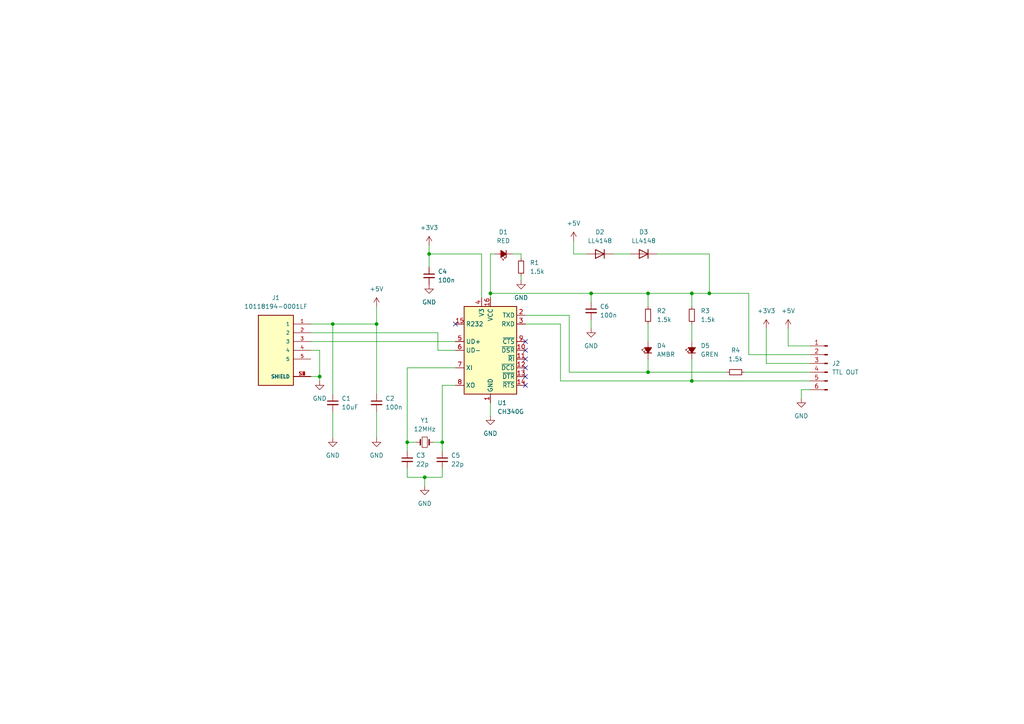
<source format=kicad_sch>
(kicad_sch (version 20211123) (generator eeschema)
  (paper "A4")
  (lib_symbols
    (symbol "10118194-0001LF:10118194-0001LF" (pin_names (offset 1.016))
      (property "Reference" "J" (at -5.08 10.668 0))
      (property "Value" "10118194-0001LF" (at -5.08 -12.7 0))
      (symbol "10118194-0001LF_0_0"
        (rectangle (start -5.08 -10.16) (end 5.08 10.16) (stroke (width 0.254)) (fill (type background)))
        (pin passive line (at -10.16 7.62 0) (length 5.08) (name "1") (number "1"))
        (pin passive line (at -10.16 5.08 0) (length 5.08) (name "2") (number "2"))
        (pin passive line (at -10.16 2.54 0) (length 5.08) (name "3") (number "3"))
        (pin passive line (at -10.16 0 0) (length 5.08) (name "4") (number "4"))
        (pin passive line (at -10.16 -2.54 0) (length 5.08) (name "5") (number "5"))
        (pin passive line (at -10.16 -7.62 0) (length 5.08) (name "SHIELD") (number "S1"))
        (pin passive line (at -10.16 -7.62 0) (length 5.08) (name "SHIELD") (number "S2"))
        (pin passive line (at -10.16 -7.62 0) (length 5.08) (name "SHIELD") (number "S3"))
        (pin passive line (at -10.16 -7.62 0) (length 5.08) (name "SHIELD") (number "S4"))
        (pin passive line (at -10.16 -7.62 0) (length 5.08) (name "SHIELD") (number "S5"))
        (pin passive line (at -10.16 -7.62 0) (length 5.08) (name "SHIELD") (number "S6"))
      )
    )
    (symbol "Connector:Conn_01x06_Male" (pin_names (offset 1.016) hide)
      (property "Reference" "J" (at 0 7.62 0))
      (property "Value" "Conn_01x06_Male" (at 0 -10.16 0))
      (symbol "Conn_01x06_Male_1_1"
        (polyline (pts (xy 1.27 -7.62) (xy 0.8636 -7.62)) (stroke (width 0.1524)))
        (polyline (pts (xy 1.27 -5.08) (xy 0.8636 -5.08)) (stroke (width 0.1524)))
        (polyline (pts (xy 1.27 -2.54) (xy 0.8636 -2.54)) (stroke (width 0.1524)))
        (polyline (pts (xy 1.27 0) (xy 0.8636 0)) (stroke (width 0.1524)))
        (polyline (pts (xy 1.27 2.54) (xy 0.8636 2.54)) (stroke (width 0.1524)))
        (polyline (pts (xy 1.27 5.08) (xy 0.8636 5.08)) (stroke (width 0.1524)))
        (rectangle (start 0.8636 -7.493) (end 0 -7.747) (stroke (width 0.1524)) (fill (type outline)))
        (rectangle (start 0.8636 -4.953) (end 0 -5.207) (stroke (width 0.1524)) (fill (type outline)))
        (rectangle (start 0.8636 -2.413) (end 0 -2.667) (stroke (width 0.1524)) (fill (type outline)))
        (rectangle (start 0.8636 0.127) (end 0 -0.127) (stroke (width 0.1524)) (fill (type outline)))
        (rectangle (start 0.8636 2.667) (end 0 2.413) (stroke (width 0.1524)) (fill (type outline)))
        (rectangle (start 0.8636 5.207) (end 0 4.953) (stroke (width 0.1524)) (fill (type outline)))
        (pin passive line (at 5.08 5.08 180) (length 3.81) (name "Pin_1") (number "1"))
        (pin passive line (at 5.08 2.54 180) (length 3.81) (name "Pin_2") (number "2"))
        (pin passive line (at 5.08 0 180) (length 3.81) (name "Pin_3") (number "3"))
        (pin passive line (at 5.08 -2.54 180) (length 3.81) (name "Pin_4") (number "4"))
        (pin passive line (at 5.08 -5.08 180) (length 3.81) (name "Pin_5") (number "5"))
        (pin passive line (at 5.08 -7.62 180) (length 3.81) (name "Pin_6") (number "6"))
      )
    )
    (symbol "Device:C_Small" (pin_numbers hide) (pin_names (offset 0.254) hide)
      (property "Reference" "C" (at 0.254 1.778 0))
      (property "Value" "C_Small" (at 0.254 -2.032 0))
      (symbol "C_Small_0_1"
        (polyline (pts (xy -1.524 -0.508) (xy 1.524 -0.508)) (stroke (width 0.3302)))
        (polyline (pts (xy -1.524 0.508) (xy 1.524 0.508)) (stroke (width 0.3048)))
      )
      (symbol "C_Small_1_1"
        (pin passive line (at 0 2.54 270) (length 2.032) (name "~") (number "1"))
        (pin passive line (at 0 -2.54 90) (length 2.032) (name "~") (number "2"))
      )
    )
    (symbol "Device:Crystal_Small" (pin_numbers hide) (pin_names (offset 1.016) hide)
      (property "Reference" "Y" (at 0 2.54 0))
      (property "Value" "Crystal_Small" (at 0 -2.54 0))
      (symbol "Crystal_Small_0_1"
        (rectangle (start -0.762 -1.524) (end 0.762 1.524))
        (polyline (pts (xy -1.27 -0.762) (xy -1.27 0.762)) (stroke (width 0.381)))
        (polyline (pts (xy 1.27 -0.762) (xy 1.27 0.762)) (stroke (width 0.381)))
      )
      (symbol "Crystal_Small_1_1"
        (pin passive line (at -2.54 0 0) (length 1.27) (name "1") (number "1"))
        (pin passive line (at 2.54 0 180) (length 1.27) (name "2") (number "2"))
      )
    )
    (symbol "Device:LED_Small_Filled" (pin_numbers hide) (pin_names (offset 0.254) hide)
      (property "Reference" "D" (at -1.27 3.175 0))
      (property "Value" "LED_Small_Filled" (at -4.445 -2.54 0))
      (symbol "LED_Small_Filled_0_1"
        (polyline (pts (xy -0.762 -1.016) (xy -0.762 1.016)) (stroke (width 0.254)))
        (polyline (pts (xy 1.016 0) (xy -0.762 0)))
        (polyline (pts (xy 0.762 -1.016) (xy -0.762 0) (xy 0.762 1.016) (xy 0.762 -1.016)) (stroke (width 0.254)) (fill (type outline)))
        (polyline (pts (xy 0 0.762) (xy -0.508 1.27) (xy -0.254 1.27) (xy -0.508 1.27) (xy -0.508 1.016)))
        (polyline (pts (xy 0.508 1.27) (xy 0 1.778) (xy 0.254 1.778) (xy 0 1.778) (xy 0 1.524)))
      )
      (symbol "LED_Small_Filled_1_1"
        (pin passive line (at -2.54 0 0) (length 1.778) (name "K") (number "1"))
        (pin passive line (at 2.54 0 180) (length 1.778) (name "A") (number "2"))
      )
    )
    (symbol "Device:R_Small" (pin_numbers hide) (pin_names (offset 0.254) hide)
      (property "Reference" "R" (at 0.762 0.508 0))
      (property "Value" "R_Small" (at 0.762 -1.016 0))
      (symbol "R_Small_0_1"
        (rectangle (start -0.762 1.778) (end 0.762 -1.778) (stroke (width 0.2032)))
      )
      (symbol "R_Small_1_1"
        (pin passive line (at 0 2.54 270) (length 0.762) (name "~") (number "1"))
        (pin passive line (at 0 -2.54 90) (length 0.762) (name "~") (number "2"))
      )
    )
    (symbol "Diode:LL4148" (pin_numbers hide) (pin_names (offset 1.016) hide)
      (property "Reference" "D" (at 0 2.54 0))
      (property "Value" "LL4148" (at 0 -2.54 0))
      (symbol "LL4148_0_1"
        (polyline (pts (xy -1.27 1.27) (xy -1.27 -1.27)) (stroke (width 0.254)))
        (polyline (pts (xy 1.27 0) (xy -1.27 0)))
        (polyline (pts (xy 1.27 1.27) (xy 1.27 -1.27) (xy -1.27 0) (xy 1.27 1.27)) (stroke (width 0.254)))
      )
      (symbol "LL4148_1_1"
        (pin passive line (at -3.81 0 0) (length 2.54) (name "K") (number "1"))
        (pin passive line (at 3.81 0 180) (length 2.54) (name "A") (number "2"))
      )
    )
    (symbol "Interface_USB:CH340G"
      (property "Reference" "U" (at -5.08 13.97 0))
      (property "Value" "CH340G" (at 1.27 13.97 0))
      (symbol "CH340G_0_1"
        (rectangle (start -7.62 12.7) (end 7.62 -12.7) (stroke (width 0.254)) (fill (type background)))
      )
      (symbol "CH340G_1_1"
        (pin power_in line (at 0 -15.24 90) (length 2.54) (name "GND") (number "1"))
        (pin input line (at 10.16 0 180) (length 2.54) (name "~{DSR}") (number "10"))
        (pin input line (at 10.16 -2.54 180) (length 2.54) (name "~{RI}") (number "11"))
        (pin input line (at 10.16 -5.08 180) (length 2.54) (name "~{DCD}") (number "12"))
        (pin output line (at 10.16 -7.62 180) (length 2.54) (name "~{DTR}") (number "13"))
        (pin output line (at 10.16 -10.16 180) (length 2.54) (name "~{RTS}") (number "14"))
        (pin input line (at -10.16 7.62 0) (length 2.54) (name "R232") (number "15"))
        (pin power_in line (at 0 15.24 270) (length 2.54) (name "VCC") (number "16"))
        (pin output line (at 10.16 10.16 180) (length 2.54) (name "TXD") (number "2"))
        (pin input line (at 10.16 7.62 180) (length 2.54) (name "RXD") (number "3"))
        (pin passive line (at -2.54 15.24 270) (length 2.54) (name "V3") (number "4"))
        (pin bidirectional line (at -10.16 2.54 0) (length 2.54) (name "UD+") (number "5"))
        (pin bidirectional line (at -10.16 0 0) (length 2.54) (name "UD-") (number "6"))
        (pin input line (at -10.16 -5.08 0) (length 2.54) (name "XI") (number "7"))
        (pin output line (at -10.16 -10.16 0) (length 2.54) (name "XO") (number "8"))
        (pin input line (at 10.16 2.54 180) (length 2.54) (name "~{CTS}") (number "9"))
      )
    )
    (symbol "power:+3V3" (power) (pin_names (offset 0))
      (property "Value" "+3V3" (at 0 3.556 0))
      (symbol "+3V3_0_1"
        (polyline (pts (xy -0.762 1.27) (xy 0 2.54)))
        (polyline (pts (xy 0 0) (xy 0 2.54)))
        (polyline (pts (xy 0 2.54) (xy 0.762 1.27)))
      )
      (symbol "+3V3_1_1"
        (pin power_in line (at 0 0 90) (length 0) hide (name "+3V3") (number "1"))
      )
    )
    (symbol "power:+5V" (power) (pin_names (offset 0))
      (property "Value" "+5V" (at 0 3.556 0))
      (symbol "+5V_0_1"
        (polyline (pts (xy -0.762 1.27) (xy 0 2.54)))
        (polyline (pts (xy 0 0) (xy 0 2.54)))
        (polyline (pts (xy 0 2.54) (xy 0.762 1.27)))
      )
      (symbol "+5V_1_1"
        (pin power_in line (at 0 0 90) (length 0) hide (name "+5V") (number "1"))
      )
    )
    (symbol "power:GND" (power) (pin_names (offset 0))
      (property "Value" "GND" (at 0 -3.81 0))
      (symbol "GND_0_1"
        (polyline (pts (xy 0 0) (xy 0 -1.27) (xy 1.27 -1.27) (xy 0 -2.54) (xy -1.27 -1.27) (xy 0 -1.27)))
      )
      (symbol "GND_1_1"
        (pin power_in line (at 0 0 270) (length 0) hide (name "GND") (number "1"))
      )
    )
  )
  (junction (at 123.19 138.43))
  (junction (at 200.66 110.49))
  (junction (at 187.96 85.09))
  (junction (at 118.11 128.27))
  (junction (at 200.66 85.09))
  (junction (at 205.74 85.09))
  (junction (at 171.45 85.09))
  (junction (at 124.46 73.66))
  (junction (at 187.96 107.95))
  (junction (at 128.27 128.27))
  (junction (at 96.52 93.98))
  (junction (at 92.71 109.22))
  (junction (at 109.22 93.98))
  (junction (at 142.24 85.09))
  (no_connect (at 152.4 111.76))
  (no_connect (at 132.08 93.98))
  (no_connect (at 152.4 106.68))
  (no_connect (at 152.4 109.22))
  (no_connect (at 152.4 101.6))
  (no_connect (at 152.4 104.14))
  (no_connect (at 152.4 99.06))
  (wire (pts (xy 92.71 101.6) (xy 92.71 109.22)))
  (wire (pts (xy 90.17 96.52) (xy 127 96.52)))
  (wire (pts (xy 171.45 85.09) (xy 187.96 85.09)))
  (wire (pts (xy 222.25 95.25) (xy 222.25 105.41)))
  (wire (pts (xy 177.8 73.66) (xy 182.88 73.66)))
  (wire (pts (xy 234.95 113.03) (xy 232.41 113.03)))
  (wire (pts (xy 162.56 110.49) (xy 200.66 110.49)))
  (wire (pts (xy 200.66 85.09) (xy 200.66 88.9)))
  (wire (pts (xy 118.11 106.68) (xy 118.11 128.27)))
  (wire (pts (xy 166.37 73.66) (xy 170.18 73.66)))
  (wire (pts (xy 187.96 93.98) (xy 187.96 99.06)))
  (wire (pts (xy 90.17 101.6) (xy 92.71 101.6)))
  (wire (pts (xy 152.4 91.44) (xy 165.1 91.44)))
  (wire (pts (xy 109.22 88.9) (xy 109.22 93.98)))
  (wire (pts (xy 234.95 102.87) (xy 217.17 102.87)))
  (wire (pts (xy 151.13 80.01) (xy 151.13 81.28)))
  (wire (pts (xy 132.08 106.68) (xy 118.11 106.68)))
  (wire (pts (xy 217.17 85.09) (xy 205.74 85.09)))
  (wire (pts (xy 109.22 119.38) (xy 109.22 127)))
  (wire (pts (xy 228.6 100.33) (xy 234.95 100.33)))
  (wire (pts (xy 90.17 93.98) (xy 96.52 93.98)))
  (wire (pts (xy 200.66 110.49) (xy 234.95 110.49)))
  (wire (pts (xy 128.27 130.81) (xy 128.27 128.27)))
  (wire (pts (xy 187.96 107.95) (xy 210.82 107.95)))
  (wire (pts (xy 118.11 128.27) (xy 120.65 128.27)))
  (wire (pts (xy 151.13 73.66) (xy 151.13 74.93)))
  (wire (pts (xy 118.11 138.43) (xy 123.19 138.43)))
  (wire (pts (xy 205.74 85.09) (xy 205.74 73.66)))
  (wire (pts (xy 171.45 85.09) (xy 171.45 87.63)))
  (wire (pts (xy 165.1 91.44) (xy 165.1 107.95)))
  (wire (pts (xy 152.4 93.98) (xy 162.56 93.98)))
  (wire (pts (xy 142.24 85.09) (xy 171.45 85.09)))
  (wire (pts (xy 142.24 85.09) (xy 142.24 73.66)))
  (wire (pts (xy 128.27 111.76) (xy 132.08 111.76)))
  (wire (pts (xy 128.27 128.27) (xy 128.27 111.76)))
  (wire (pts (xy 109.22 114.3) (xy 109.22 93.98)))
  (wire (pts (xy 123.19 138.43) (xy 128.27 138.43)))
  (wire (pts (xy 148.59 73.66) (xy 151.13 73.66)))
  (wire (pts (xy 118.11 135.89) (xy 118.11 138.43)))
  (wire (pts (xy 187.96 85.09) (xy 187.96 88.9)))
  (wire (pts (xy 92.71 110.49) (xy 92.71 109.22)))
  (wire (pts (xy 139.7 86.36) (xy 139.7 73.66)))
  (wire (pts (xy 200.66 85.09) (xy 205.74 85.09)))
  (wire (pts (xy 123.19 138.43) (xy 123.19 140.97)))
  (wire (pts (xy 187.96 104.14) (xy 187.96 107.95)))
  (wire (pts (xy 142.24 73.66) (xy 143.51 73.66)))
  (wire (pts (xy 96.52 119.38) (xy 96.52 127)))
  (wire (pts (xy 127 96.52) (xy 127 101.6)))
  (wire (pts (xy 228.6 95.25) (xy 228.6 100.33)))
  (wire (pts (xy 92.71 109.22) (xy 90.17 109.22)))
  (wire (pts (xy 205.74 73.66) (xy 190.5 73.66)))
  (wire (pts (xy 127 101.6) (xy 132.08 101.6)))
  (wire (pts (xy 166.37 69.85) (xy 166.37 73.66)))
  (wire (pts (xy 200.66 104.14) (xy 200.66 110.49)))
  (wire (pts (xy 142.24 86.36) (xy 142.24 85.09)))
  (wire (pts (xy 124.46 73.66) (xy 124.46 77.47)))
  (wire (pts (xy 200.66 93.98) (xy 200.66 99.06)))
  (wire (pts (xy 187.96 85.09) (xy 200.66 85.09)))
  (wire (pts (xy 222.25 105.41) (xy 234.95 105.41)))
  (wire (pts (xy 232.41 113.03) (xy 232.41 115.57)))
  (wire (pts (xy 109.22 93.98) (xy 96.52 93.98)))
  (wire (pts (xy 215.9 107.95) (xy 234.95 107.95)))
  (wire (pts (xy 125.73 128.27) (xy 128.27 128.27)))
  (wire (pts (xy 96.52 93.98) (xy 96.52 114.3)))
  (wire (pts (xy 90.17 99.06) (xy 132.08 99.06)))
  (wire (pts (xy 128.27 138.43) (xy 128.27 135.89)))
  (wire (pts (xy 139.7 73.66) (xy 124.46 73.66)))
  (wire (pts (xy 217.17 102.87) (xy 217.17 85.09)))
  (wire (pts (xy 118.11 128.27) (xy 118.11 130.81)))
  (wire (pts (xy 162.56 93.98) (xy 162.56 110.49)))
  (wire (pts (xy 165.1 107.95) (xy 187.96 107.95)))
  (wire (pts (xy 171.45 92.71) (xy 171.45 95.25)))
  (wire (pts (xy 124.46 71.12) (xy 124.46 73.66)))
  (wire (pts (xy 142.24 120.65) (xy 142.24 116.84)))
  (symbol (lib_id "Device:C_Small") (at 109.22 116.84 0) (unit 1)
    (property "Reference" "C2" (at 111.76 115.5762 0) (effects (justify left)))
    (property "Value" "100n" (at 111.76 118.1162 0) (effects (justify left)))
    (property "Footprint" "Capacitor_SMD:C_0603_1608Metric_Pad1.08x0.95mm_HandSolder" (effects hide))
  )
  (symbol (lib_id "Device:LED_Small_Filled") (at 200.66 101.6 90) (unit 1)
    (property "Reference" "D5" (at 203.2 100.2664 90) (effects (justify right)))
    (property "Value" "GREN" (at 203.2 102.8064 90) (effects (justify right)))
    (property "Footprint" "LED_SMD:LED_0603_1608Metric_Pad1.05x0.95mm_HandSolder" (effects hide))
  )
  (symbol (lib_id "Device:C_Small") (at 171.45 90.17 0) (unit 1)
    (property "Reference" "C6" (at 173.99 88.9062 0) (effects (justify left)))
    (property "Value" "100n" (at 173.99 91.4462 0) (effects (justify left)))
    (property "Footprint" "Capacitor_SMD:C_0603_1608Metric_Pad1.08x0.95mm_HandSolder" (effects hide))
  )
  (symbol (lib_id "power:GND") (at 109.22 127 0) (unit 1)
    (property "Reference" "#PWR04" (effects hide))
    (property "Value" "GND" (at 109.22 132.08 0))
  )
  (symbol (lib_id "power:GND") (at 142.24 120.65 0) (unit 1)
    (property "Reference" "#PWR08" (effects hide))
    (property "Value" "GND" (at 142.24 125.73 0))
  )
  (symbol (lib_id "10118194-0001LF:10118194-0001LF") (at 80.01 101.6 0) (mirror y) (unit 1)
    (property "Reference" "J1" (at 80.01 86.36 0))
    (property "Value" "10118194-0001LF" (at 80.01 88.9 0))
    (property "Footprint" "10118194-0001LF:AMPHENOL_10118194-0001LF" (effects hide))
    (property "PARTREV" "D" (effects hide))
    (property "STANDARD" "Manufacturer Recommendations" (effects hide))
    (property "MAXIMUM_PACKAGE_HEIGHT" "2.66 mm" (effects hide))
    (property "MANUFACTURER" "Amphenol ICC" (effects hide))
  )
  (symbol (lib_id "Diode:LL4148") (at 173.99 73.66 180) (unit 1)
    (property "Reference" "D2" (at 173.99 67.31 0))
    (property "Value" "LL4148" (at 173.99 69.85 0))
    (property "Footprint" "Diode_SMD:D_MiniMELF" (effects hide))
    (property "Datasheet" "http://www.vishay.com/docs/85557/ll4148.pdf" (effects hide))
  )
  (symbol (lib_id "power:GND") (at 232.41 115.57 0) (unit 1)
    (property "Reference" "#PWR014" (effects hide))
    (property "Value" "GND" (at 232.41 120.65 0))
  )
  (symbol (lib_id "power:+3V3") (at 124.46 71.12 0) (unit 1)
    (property "Reference" "#PWR06" (effects hide))
    (property "Value" "+3V3" (at 124.46 66.04 0))
  )
  (symbol (lib_id "Device:R_Small") (at 187.96 91.44 0) (unit 1)
    (property "Reference" "R2" (at 190.5 90.1699 0) (effects (justify left)))
    (property "Value" "1.5k" (at 190.5 92.7099 0) (effects (justify left)))
    (property "Footprint" "Resistor_SMD:R_0603_1608Metric_Pad0.98x0.95mm_HandSolder" (effects hide))
  )
  (symbol (lib_id "power:GND") (at 96.52 127 0) (unit 1)
    (property "Reference" "#PWR02" (effects hide))
    (property "Value" "GND" (at 96.52 132.08 0))
  )
  (symbol (lib_id "Device:LED_Small_Filled") (at 146.05 73.66 180) (unit 1)
    (property "Reference" "D1" (at 145.9865 67.31 0))
    (property "Value" "RED" (at 145.9865 69.85 0))
    (property "Footprint" "LED_SMD:LED_0603_1608Metric_Pad1.05x0.95mm_HandSolder" (effects hide))
  )
  (symbol (lib_id "power:+5V") (at 166.37 69.85 0) (unit 1)
    (property "Reference" "#PWR010" (effects hide))
    (property "Value" "+5V" (at 166.37 64.77 0))
  )
  (symbol (lib_id "Device:C_Small") (at 128.27 133.35 0) (unit 1)
    (property "Reference" "C5" (at 130.81 132.0862 0) (effects (justify left)))
    (property "Value" "22p" (at 130.81 134.6262 0) (effects (justify left)))
    (property "Footprint" "Capacitor_SMD:C_0603_1608Metric_Pad1.08x0.95mm_HandSolder" (effects hide))
  )
  (symbol (lib_id "power:+3V3") (at 222.25 95.25 0) (unit 1)
    (property "Reference" "#PWR012" (effects hide))
    (property "Value" "+3V3" (at 222.25 90.17 0))
  )
  (symbol (lib_id "power:GND") (at 123.19 140.97 0) (unit 1)
    (property "Reference" "#PWR05" (effects hide))
    (property "Value" "GND" (at 123.19 146.05 0))
  )
  (symbol (lib_id "Device:C_Small") (at 124.46 80.01 0) (unit 1)
    (property "Reference" "C4" (at 127 78.7462 0) (effects (justify left)))
    (property "Value" "100n" (at 127 81.2862 0) (effects (justify left)))
    (property "Footprint" "Capacitor_SMD:C_0603_1608Metric_Pad1.08x0.95mm_HandSolder" (effects hide))
  )
  (symbol (lib_id "power:GND") (at 92.71 110.49 0) (unit 1)
    (property "Reference" "#PWR01" (effects hide))
    (property "Value" "GND" (at 92.71 115.57 0))
  )
  (symbol (lib_id "Interface_USB:CH340G") (at 142.24 101.6 0) (unit 1)
    (property "Reference" "U1" (at 144.2594 116.84 0) (effects (justify left)))
    (property "Value" "CH340G" (at 144.2594 119.38 0) (effects (justify left)))
    (property "Footprint" "Package_SO:SOIC-16_3.9x9.9mm_P1.27mm" (effects hide))
    (property "Datasheet" "http://www.datasheet5.com/pdf-local-2195953" (effects hide))
  )
  (symbol (lib_id "power:+5V") (at 228.6 95.25 0) (unit 1)
    (property "Reference" "#PWR013" (effects hide))
    (property "Value" "+5V" (at 228.6 90.17 0))
  )
  (symbol (lib_id "power:GND") (at 171.45 95.25 0) (unit 1)
    (property "Reference" "#PWR011" (effects hide))
    (property "Value" "GND" (at 171.45 100.33 0))
  )
  (symbol (lib_id "power:+5V") (at 109.22 88.9 0) (unit 1)
    (property "Reference" "#PWR03" (effects hide))
    (property "Value" "+5V" (at 109.22 83.82 0))
  )
  (symbol (lib_id "Connector:Conn_01x06_Male") (at 240.03 105.41 0) (mirror y) (unit 1)
    (property "Reference" "J2" (at 241.3 105.4099 0) (effects (justify right)))
    (property "Value" "TTL OUT" (at 241.3 107.9499 0) (effects (justify right)))
    (property "Footprint" "Connector_PinSocket_2.54mm:PinSocket_1x06_P2.54mm_Vertical" (effects hide))
  )
  (symbol (lib_id "Device:R_Small") (at 213.36 107.95 90) (unit 1)
    (property "Reference" "R4" (at 213.36 101.6 90))
    (property "Value" "1.5k" (at 213.36 104.14 90))
    (property "Footprint" "Resistor_SMD:R_0603_1608Metric_Pad0.98x0.95mm_HandSolder" (effects hide))
  )
  (symbol (lib_id "power:GND") (at 151.13 81.28 0) (unit 1)
    (property "Reference" "#PWR09" (effects hide))
    (property "Value" "GND" (at 151.13 86.36 0))
  )
  (symbol (lib_id "power:GND") (at 124.46 82.55 0) (unit 1)
    (property "Reference" "#PWR07" (effects hide))
    (property "Value" "GND" (at 124.46 87.63 0))
  )
  (symbol (lib_id "Device:C_Small") (at 118.11 133.35 0) (unit 1)
    (property "Reference" "C3" (at 120.65 132.0862 0) (effects (justify left)))
    (property "Value" "22p" (at 120.65 134.6262 0) (effects (justify left)))
    (property "Footprint" "Capacitor_SMD:C_0603_1608Metric_Pad1.08x0.95mm_HandSolder" (effects hide))
  )
  (symbol (lib_id "Diode:LL4148") (at 186.69 73.66 180) (unit 1)
    (property "Reference" "D3" (at 186.69 67.31 0))
    (property "Value" "LL4148" (at 186.69 69.85 0))
    (property "Footprint" "Diode_SMD:D_MiniMELF" (effects hide))
    (property "Datasheet" "http://www.vishay.com/docs/85557/ll4148.pdf" (effects hide))
  )
  (symbol (lib_id "Device:R_Small") (at 200.66 91.44 0) (unit 1)
    (property "Reference" "R3" (at 203.2 90.1699 0) (effects (justify left)))
    (property "Value" "1.5k" (at 203.2 92.7099 0) (effects (justify left)))
    (property "Footprint" "Resistor_SMD:R_0603_1608Metric_Pad0.98x0.95mm_HandSolder" (effects hide))
  )
  (symbol (lib_id "Device:R_Small") (at 151.13 77.47 0) (unit 1)
    (property "Reference" "R1" (at 153.67 76.1999 0) (effects (justify left)))
    (property "Value" "1.5k" (at 153.67 78.7399 0) (effects (justify left)))
    (property "Footprint" "Resistor_SMD:R_0603_1608Metric_Pad0.98x0.95mm_HandSolder" (effects hide))
  )
  (symbol (lib_id "Device:C_Small") (at 96.52 116.84 0) (unit 1)
    (property "Reference" "C1" (at 99.06 115.5762 0) (effects (justify left)))
    (property "Value" "10uF" (at 99.06 118.1162 0) (effects (justify left)))
    (property "Footprint" "Capacitor_SMD:C_0603_1608Metric_Pad1.08x0.95mm_HandSolder" (effects hide))
  )
  (symbol (lib_id "Device:LED_Small_Filled") (at 187.96 101.6 90) (unit 1)
    (property "Reference" "D4" (at 190.5 100.2664 90) (effects (justify right)))
    (property "Value" "AMBR" (at 190.5 102.8064 90) (effects (justify right)))
    (property "Footprint" "LED_SMD:LED_0603_1608Metric_Pad1.05x0.95mm_HandSolder" (effects hide))
  )
  (symbol (lib_id "Device:Crystal_Small") (at 123.19 128.27 0) (unit 1)
    (property "Reference" "Y1" (at 123.19 121.92 0))
    (property "Value" "12MHz" (at 123.19 124.46 0))
    (property "Footprint" "Crystal:Crystal_HC18-U_Vertical" (effects hide))
  )
)
</source>
